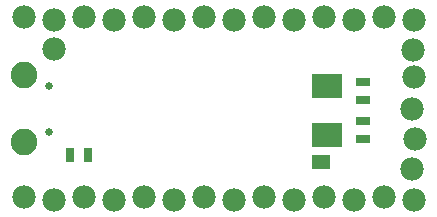
<source format=gbs>
G04 #@! TF.FileFunction,Soldermask,Bot*
%FSLAX46Y46*%
G04 Gerber Fmt 4.6, Leading zero omitted, Abs format (unit mm)*
G04 Created by KiCad (PCBNEW 4.0.7) date Monday, 20 November 2017 'AMt' 10:57:52*
%MOMM*%
%LPD*%
G01*
G04 APERTURE LIST*
%ADD10C,0.100000*%
%ADD11R,0.735000X1.243000*%
%ADD12R,0.281000X1.243000*%
%ADD13R,2.500000X2.000000*%
%ADD14R,1.243000X0.735000*%
%ADD15O,1.979600X1.979600*%
%ADD16C,1.979600*%
%ADD17C,2.250000*%
%ADD18C,0.650000*%
G04 APERTURE END LIST*
D10*
D11*
X178458800Y-106095800D03*
X179274800Y-106095800D03*
D12*
X178866800Y-106095800D03*
D13*
X179324000Y-99702400D03*
X179324000Y-103802400D03*
D14*
X182372000Y-104140000D03*
X182372000Y-102616000D03*
X182372000Y-99314000D03*
X182372000Y-100838000D03*
D15*
X156210000Y-96570800D03*
D16*
X153670000Y-93853000D03*
X156210000Y-94107000D03*
X158750000Y-93853000D03*
X161290000Y-94107000D03*
X163830000Y-93853000D03*
X166370000Y-94107000D03*
X168910000Y-93853000D03*
X171450000Y-94107000D03*
X173990000Y-93853000D03*
X176530000Y-94107000D03*
X179070000Y-93853000D03*
X181610000Y-94107000D03*
X184150000Y-93853000D03*
X186690000Y-94107000D03*
X186690000Y-109347000D03*
X184150000Y-109093000D03*
X181610000Y-109347000D03*
X179070000Y-109093000D03*
X176530000Y-109347000D03*
X173990000Y-109093000D03*
X171450000Y-109347000D03*
X168910000Y-109093000D03*
X166370000Y-109347000D03*
X163830000Y-109093000D03*
X161290000Y-109347000D03*
X158750000Y-109093000D03*
X156210000Y-109347000D03*
X153670000Y-109093000D03*
X186563000Y-106680000D03*
X186817000Y-104140000D03*
X186563000Y-101600000D03*
X186728100Y-98958400D03*
X186651900Y-96621600D03*
D17*
X153670000Y-104425000D03*
X153670000Y-98775000D03*
D18*
X155820000Y-103550000D03*
X155820000Y-99650000D03*
D11*
X159080200Y-105511600D03*
X157556200Y-105511600D03*
M02*

</source>
